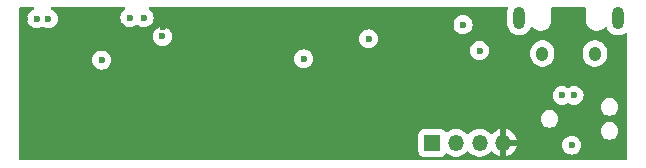
<source format=gbr>
%TF.GenerationSoftware,KiCad,Pcbnew,8.0.9*%
%TF.CreationDate,2025-03-20T13:35:36-07:00*%
%TF.ProjectId,bmbbmcp,626d6262-6d63-4702-9e6b-696361645f70,R1*%
%TF.SameCoordinates,Original*%
%TF.FileFunction,Copper,L3,Inr*%
%TF.FilePolarity,Positive*%
%FSLAX46Y46*%
G04 Gerber Fmt 4.6, Leading zero omitted, Abs format (unit mm)*
G04 Created by KiCad (PCBNEW 8.0.9) date 2025-03-20 13:35:36*
%MOMM*%
%LPD*%
G01*
G04 APERTURE LIST*
%TA.AperFunction,HeatsinkPad*%
%ADD10O,1.000000X1.900000*%
%TD*%
%TA.AperFunction,HeatsinkPad*%
%ADD11O,1.050000X1.250000*%
%TD*%
%TA.AperFunction,ComponentPad*%
%ADD12R,1.350000X1.350000*%
%TD*%
%TA.AperFunction,ComponentPad*%
%ADD13O,1.350000X1.350000*%
%TD*%
%TA.AperFunction,ViaPad*%
%ADD14C,0.600000*%
%TD*%
G04 APERTURE END LIST*
D10*
%TO.N,unconnected-(J1-Shield-Pad6)_5*%
%TO.C,J1*%
X175630000Y-87365000D03*
D11*
%TO.N,unconnected-(J1-Shield-Pad6)_1*%
X173680000Y-90365000D03*
%TO.N,unconnected-(J1-Shield-Pad6)_2*%
X169230000Y-90365000D03*
D10*
%TO.N,unconnected-(J1-Shield-Pad6)*%
X167280000Y-87365000D03*
%TD*%
D12*
%TO.N,+BATT*%
%TO.C,J3*%
X159915000Y-97915000D03*
D13*
%TO.N,+3.3V*%
X161915000Y-97915000D03*
%TO.N,unconnected-(J3-Pin_3-Pad3)*%
X163915000Y-97915000D03*
%TO.N,GND*%
X165915000Y-97915000D03*
%TD*%
D14*
%TO.N,GND*%
X150415000Y-91415000D03*
X161915000Y-91915000D03*
X145915000Y-96415000D03*
X138415000Y-95915000D03*
X161915000Y-88915000D03*
X138415000Y-89915000D03*
X137115000Y-88115000D03*
X172415000Y-91415000D03*
X172915000Y-98415000D03*
X146415000Y-92915000D03*
X161915000Y-93915000D03*
X125415000Y-98415000D03*
X145915000Y-87915000D03*
X125415000Y-87415000D03*
%TO.N,VBUS*%
X137067861Y-88913609D03*
X154515000Y-89115000D03*
%TO.N,/SWCLK*%
X171915000Y-93915000D03*
X126415000Y-87415000D03*
%TO.N,/~{RESET}*%
X171715000Y-98115000D03*
X149015000Y-90815000D03*
X131915000Y-90915000D03*
%TO.N,/SWDIO*%
X170915000Y-93915000D03*
X127415000Y-87415000D03*
%TO.N,/USBD+*%
X134315000Y-87315000D03*
X163915000Y-90115000D03*
%TO.N,/USBD-*%
X162515000Y-87915000D03*
X135515000Y-87315000D03*
%TD*%
%TA.AperFunction,Conductor*%
%TO.N,GND*%
G36*
X126184925Y-86435185D02*
G01*
X126230680Y-86487989D01*
X126240624Y-86557147D01*
X126211599Y-86620703D01*
X126158840Y-86656542D01*
X126065478Y-86689210D01*
X125912737Y-86785184D01*
X125785184Y-86912737D01*
X125689211Y-87065476D01*
X125629631Y-87235745D01*
X125629630Y-87235750D01*
X125609435Y-87414996D01*
X125609435Y-87415003D01*
X125629630Y-87594249D01*
X125629631Y-87594254D01*
X125689211Y-87764523D01*
X125741084Y-87847078D01*
X125785184Y-87917262D01*
X125912738Y-88044816D01*
X126065478Y-88140789D01*
X126163536Y-88175101D01*
X126235745Y-88200368D01*
X126235750Y-88200369D01*
X126414996Y-88220565D01*
X126415000Y-88220565D01*
X126415004Y-88220565D01*
X126594249Y-88200369D01*
X126594252Y-88200368D01*
X126594255Y-88200368D01*
X126764522Y-88140789D01*
X126784496Y-88128239D01*
X126849027Y-88087691D01*
X126916264Y-88068690D01*
X126980973Y-88087691D01*
X127065475Y-88140788D01*
X127235745Y-88200368D01*
X127235750Y-88200369D01*
X127414996Y-88220565D01*
X127415000Y-88220565D01*
X127415004Y-88220565D01*
X127594249Y-88200369D01*
X127594252Y-88200368D01*
X127594255Y-88200368D01*
X127764522Y-88140789D01*
X127917262Y-88044816D01*
X128044816Y-87917262D01*
X128140789Y-87764522D01*
X128200368Y-87594255D01*
X128201844Y-87581154D01*
X128220565Y-87415003D01*
X128220565Y-87414996D01*
X128200369Y-87235750D01*
X128200368Y-87235745D01*
X128140788Y-87065476D01*
X128077955Y-86965478D01*
X128044816Y-86912738D01*
X127917262Y-86785184D01*
X127849027Y-86742309D01*
X127764521Y-86689210D01*
X127671160Y-86656542D01*
X127614383Y-86615820D01*
X127588636Y-86550867D01*
X127602092Y-86482306D01*
X127650479Y-86431903D01*
X127712114Y-86415500D01*
X133811524Y-86415500D01*
X133878563Y-86435185D01*
X133924318Y-86487989D01*
X133934262Y-86557147D01*
X133905237Y-86620703D01*
X133877496Y-86644494D01*
X133812737Y-86685184D01*
X133685184Y-86812737D01*
X133589211Y-86965476D01*
X133529631Y-87135745D01*
X133529630Y-87135750D01*
X133509435Y-87314996D01*
X133509435Y-87315003D01*
X133529630Y-87494249D01*
X133529631Y-87494254D01*
X133589211Y-87664523D01*
X133649177Y-87759958D01*
X133685184Y-87817262D01*
X133812738Y-87944816D01*
X133965478Y-88040789D01*
X134077457Y-88079972D01*
X134135745Y-88100368D01*
X134135750Y-88100369D01*
X134314996Y-88120565D01*
X134315000Y-88120565D01*
X134315004Y-88120565D01*
X134494249Y-88100369D01*
X134494252Y-88100368D01*
X134494255Y-88100368D01*
X134664522Y-88040789D01*
X134817262Y-87944816D01*
X134827319Y-87934759D01*
X134888642Y-87901274D01*
X134958334Y-87906258D01*
X135002681Y-87934759D01*
X135012738Y-87944816D01*
X135165478Y-88040789D01*
X135277457Y-88079972D01*
X135335745Y-88100368D01*
X135335750Y-88100369D01*
X135514996Y-88120565D01*
X135515000Y-88120565D01*
X135515004Y-88120565D01*
X135694249Y-88100369D01*
X135694252Y-88100368D01*
X135694255Y-88100368D01*
X135864522Y-88040789D01*
X136017262Y-87944816D01*
X136047082Y-87914996D01*
X161709435Y-87914996D01*
X161709435Y-87915003D01*
X161729630Y-88094249D01*
X161729631Y-88094254D01*
X161789211Y-88264523D01*
X161861729Y-88379934D01*
X161885184Y-88417262D01*
X162012738Y-88544816D01*
X162043408Y-88564087D01*
X162137152Y-88622991D01*
X162165478Y-88640789D01*
X162256320Y-88672576D01*
X162335745Y-88700368D01*
X162335750Y-88700369D01*
X162514996Y-88720565D01*
X162515000Y-88720565D01*
X162515004Y-88720565D01*
X162694249Y-88700369D01*
X162694252Y-88700368D01*
X162694255Y-88700368D01*
X162864522Y-88640789D01*
X163017262Y-88544816D01*
X163144816Y-88417262D01*
X163240789Y-88264522D01*
X163300368Y-88094255D01*
X163301977Y-88079975D01*
X163320565Y-87915003D01*
X163320565Y-87914996D01*
X163300369Y-87735750D01*
X163300368Y-87735745D01*
X163275446Y-87664522D01*
X163240789Y-87565478D01*
X163144816Y-87412738D01*
X163017262Y-87285184D01*
X162864523Y-87189211D01*
X162694254Y-87129631D01*
X162694249Y-87129630D01*
X162515004Y-87109435D01*
X162514996Y-87109435D01*
X162335750Y-87129630D01*
X162335745Y-87129631D01*
X162165476Y-87189211D01*
X162012737Y-87285184D01*
X161885184Y-87412737D01*
X161789211Y-87565476D01*
X161729631Y-87735745D01*
X161729630Y-87735750D01*
X161709435Y-87914996D01*
X136047082Y-87914996D01*
X136144816Y-87817262D01*
X136240789Y-87664522D01*
X136300368Y-87494255D01*
X136300369Y-87494249D01*
X136320565Y-87315003D01*
X136320565Y-87314996D01*
X136300369Y-87135750D01*
X136300368Y-87135745D01*
X136291162Y-87109435D01*
X136240789Y-86965478D01*
X136144816Y-86812738D01*
X136017262Y-86685184D01*
X135952503Y-86644493D01*
X135906213Y-86592159D01*
X135895565Y-86523106D01*
X135923940Y-86459257D01*
X135982330Y-86420885D01*
X136018476Y-86415500D01*
X166218387Y-86415500D01*
X166285426Y-86435185D01*
X166331181Y-86487989D01*
X166341125Y-86557147D01*
X166332949Y-86586951D01*
X166317949Y-86623165D01*
X166317947Y-86623170D01*
X166279500Y-86816456D01*
X166279500Y-86816459D01*
X166279500Y-87913541D01*
X166279500Y-87913543D01*
X166279499Y-87913543D01*
X166317947Y-88106829D01*
X166317950Y-88106839D01*
X166393364Y-88288907D01*
X166393371Y-88288920D01*
X166502860Y-88452781D01*
X166502863Y-88452785D01*
X166642214Y-88592136D01*
X166642218Y-88592139D01*
X166806079Y-88701628D01*
X166806092Y-88701635D01*
X166960220Y-88765476D01*
X166988165Y-88777051D01*
X166988169Y-88777051D01*
X166988170Y-88777052D01*
X167181456Y-88815500D01*
X167181459Y-88815500D01*
X167378543Y-88815500D01*
X167508582Y-88789632D01*
X167571835Y-88777051D01*
X167753914Y-88701632D01*
X167917782Y-88592139D01*
X168057139Y-88452782D01*
X168166632Y-88288914D01*
X168213776Y-88175097D01*
X168257614Y-88120698D01*
X168323908Y-88098632D01*
X168391607Y-88115911D01*
X168416016Y-88134872D01*
X168490024Y-88208880D01*
X168490032Y-88208886D01*
X168641608Y-88310166D01*
X168641612Y-88310168D01*
X168810037Y-88379931D01*
X168810042Y-88379933D01*
X168810046Y-88379933D01*
X168810047Y-88379934D01*
X168988843Y-88415500D01*
X168988846Y-88415500D01*
X169171156Y-88415500D01*
X169303315Y-88389211D01*
X169349958Y-88379933D01*
X169471396Y-88329632D01*
X169518387Y-88310168D01*
X169518391Y-88310166D01*
X169593672Y-88259864D01*
X169669972Y-88208883D01*
X169798883Y-88079972D01*
X169900167Y-87928389D01*
X169906317Y-87913543D01*
X169968042Y-87764523D01*
X169969933Y-87759958D01*
X170002894Y-87594255D01*
X170005500Y-87581156D01*
X170005500Y-86539500D01*
X170025185Y-86472461D01*
X170077989Y-86426706D01*
X170129500Y-86415500D01*
X172780500Y-86415500D01*
X172847539Y-86435185D01*
X172893294Y-86487989D01*
X172904500Y-86539500D01*
X172904500Y-87424108D01*
X172904500Y-87490000D01*
X172904500Y-87581154D01*
X172904500Y-87581156D01*
X172904499Y-87581156D01*
X172940065Y-87759952D01*
X172940068Y-87759962D01*
X173009831Y-87928387D01*
X173009833Y-87928391D01*
X173111113Y-88079967D01*
X173111119Y-88079975D01*
X173240024Y-88208880D01*
X173240032Y-88208886D01*
X173391608Y-88310166D01*
X173391612Y-88310168D01*
X173560037Y-88379931D01*
X173560042Y-88379933D01*
X173560046Y-88379933D01*
X173560047Y-88379934D01*
X173738843Y-88415500D01*
X173738846Y-88415500D01*
X173921156Y-88415500D01*
X174053315Y-88389211D01*
X174099958Y-88379933D01*
X174221396Y-88329632D01*
X174268387Y-88310168D01*
X174268391Y-88310166D01*
X174343672Y-88259864D01*
X174419972Y-88208883D01*
X174493984Y-88134870D01*
X174555305Y-88101387D01*
X174624997Y-88106371D01*
X174680931Y-88148242D01*
X174696225Y-88175101D01*
X174743364Y-88288907D01*
X174743371Y-88288920D01*
X174852860Y-88452781D01*
X174852863Y-88452785D01*
X174992214Y-88592136D01*
X174992218Y-88592139D01*
X175156079Y-88701628D01*
X175156092Y-88701635D01*
X175310220Y-88765476D01*
X175338165Y-88777051D01*
X175338169Y-88777051D01*
X175338170Y-88777052D01*
X175531456Y-88815500D01*
X175531459Y-88815500D01*
X175728543Y-88815500D01*
X175858582Y-88789632D01*
X175921835Y-88777051D01*
X176103914Y-88701632D01*
X176105806Y-88700368D01*
X176221609Y-88622991D01*
X176288286Y-88602113D01*
X176355667Y-88620597D01*
X176402357Y-88672576D01*
X176414500Y-88726093D01*
X176414500Y-99290500D01*
X176394815Y-99357539D01*
X176342011Y-99403294D01*
X176290500Y-99414500D01*
X125039000Y-99414500D01*
X124971961Y-99394815D01*
X124926206Y-99342011D01*
X124915000Y-99290500D01*
X124915000Y-97192135D01*
X158739500Y-97192135D01*
X158739500Y-98637870D01*
X158739501Y-98637876D01*
X158745908Y-98697483D01*
X158796202Y-98832328D01*
X158796206Y-98832335D01*
X158882452Y-98947544D01*
X158882455Y-98947547D01*
X158997664Y-99033793D01*
X158997671Y-99033797D01*
X159132517Y-99084091D01*
X159132516Y-99084091D01*
X159139444Y-99084835D01*
X159192127Y-99090500D01*
X160637872Y-99090499D01*
X160697483Y-99084091D01*
X160832331Y-99033796D01*
X160947546Y-98947546D01*
X161009785Y-98864404D01*
X161065718Y-98822535D01*
X161135410Y-98817551D01*
X161192588Y-98847078D01*
X161203568Y-98857088D01*
X161203570Y-98857089D01*
X161203571Y-98857090D01*
X161388786Y-98971770D01*
X161388792Y-98971773D01*
X161411664Y-98980633D01*
X161591931Y-99050470D01*
X161806074Y-99090500D01*
X161806076Y-99090500D01*
X162023924Y-99090500D01*
X162023926Y-99090500D01*
X162238069Y-99050470D01*
X162441210Y-98971772D01*
X162626432Y-98857088D01*
X162787427Y-98710322D01*
X162816047Y-98672422D01*
X162872153Y-98630787D01*
X162941865Y-98626094D01*
X163003048Y-98659836D01*
X163013946Y-98672414D01*
X163042573Y-98710322D01*
X163203568Y-98857088D01*
X163203575Y-98857092D01*
X163203576Y-98857093D01*
X163388786Y-98971770D01*
X163388792Y-98971773D01*
X163411664Y-98980633D01*
X163591931Y-99050470D01*
X163806074Y-99090500D01*
X163806076Y-99090500D01*
X164023924Y-99090500D01*
X164023926Y-99090500D01*
X164238069Y-99050470D01*
X164441210Y-98971772D01*
X164626432Y-98857088D01*
X164787427Y-98710322D01*
X164816359Y-98672009D01*
X164872465Y-98630373D01*
X164942177Y-98625680D01*
X165003360Y-98659421D01*
X165014267Y-98672009D01*
X165042942Y-98709981D01*
X165042949Y-98709989D01*
X165203868Y-98856685D01*
X165389012Y-98971322D01*
X165389023Y-98971327D01*
X165592060Y-99049984D01*
X165665000Y-99063619D01*
X165665000Y-98230686D01*
X165669394Y-98235080D01*
X165760606Y-98287741D01*
X165862339Y-98315000D01*
X165967661Y-98315000D01*
X166069394Y-98287741D01*
X166160606Y-98235080D01*
X166165000Y-98230686D01*
X166165000Y-99063619D01*
X166237939Y-99049984D01*
X166440976Y-98971327D01*
X166440987Y-98971322D01*
X166626130Y-98856685D01*
X166626131Y-98856685D01*
X166787054Y-98709985D01*
X166918284Y-98536208D01*
X167015348Y-98341280D01*
X167065505Y-98165000D01*
X166230686Y-98165000D01*
X166235080Y-98160606D01*
X166261413Y-98114996D01*
X170909435Y-98114996D01*
X170909435Y-98115003D01*
X170929630Y-98294249D01*
X170929631Y-98294254D01*
X170989211Y-98464523D01*
X171085184Y-98617262D01*
X171212738Y-98744816D01*
X171303080Y-98801582D01*
X171352023Y-98832335D01*
X171365478Y-98840789D01*
X171432972Y-98864406D01*
X171535745Y-98900368D01*
X171535750Y-98900369D01*
X171714996Y-98920565D01*
X171715000Y-98920565D01*
X171715004Y-98920565D01*
X171894249Y-98900369D01*
X171894252Y-98900368D01*
X171894255Y-98900368D01*
X172064522Y-98840789D01*
X172217262Y-98744816D01*
X172344816Y-98617262D01*
X172440789Y-98464522D01*
X172500368Y-98294255D01*
X172501102Y-98287741D01*
X172520565Y-98115003D01*
X172520565Y-98114996D01*
X172500369Y-97935750D01*
X172500368Y-97935745D01*
X172440788Y-97765476D01*
X172375015Y-97660799D01*
X172344816Y-97612738D01*
X172217262Y-97485184D01*
X172064523Y-97389211D01*
X171894254Y-97329631D01*
X171894249Y-97329630D01*
X171715004Y-97309435D01*
X171714996Y-97309435D01*
X171535750Y-97329630D01*
X171535745Y-97329631D01*
X171365476Y-97389211D01*
X171212737Y-97485184D01*
X171085184Y-97612737D01*
X170989211Y-97765476D01*
X170929631Y-97935745D01*
X170929630Y-97935750D01*
X170909435Y-98114996D01*
X166261413Y-98114996D01*
X166287741Y-98069394D01*
X166315000Y-97967661D01*
X166315000Y-97862339D01*
X166287741Y-97760606D01*
X166235080Y-97669394D01*
X166230686Y-97665000D01*
X167065505Y-97665000D01*
X167065505Y-97664999D01*
X167015348Y-97488719D01*
X166918284Y-97293791D01*
X166787054Y-97120014D01*
X166626131Y-96973314D01*
X166440987Y-96858677D01*
X166440985Y-96858676D01*
X166396752Y-96841540D01*
X174169200Y-96841540D01*
X174169200Y-96988459D01*
X174197858Y-97132534D01*
X174197861Y-97132544D01*
X174254078Y-97268266D01*
X174254083Y-97268275D01*
X174335698Y-97390419D01*
X174335701Y-97390423D01*
X174439576Y-97494298D01*
X174439580Y-97494301D01*
X174561724Y-97575916D01*
X174561730Y-97575919D01*
X174561731Y-97575920D01*
X174697458Y-97632140D01*
X174841540Y-97660799D01*
X174841544Y-97660800D01*
X174841545Y-97660800D01*
X174988456Y-97660800D01*
X174988457Y-97660799D01*
X175132542Y-97632140D01*
X175268269Y-97575920D01*
X175390420Y-97494301D01*
X175494301Y-97390420D01*
X175575920Y-97268269D01*
X175632140Y-97132542D01*
X175660800Y-96988455D01*
X175660800Y-96841545D01*
X175632140Y-96697458D01*
X175575920Y-96561731D01*
X175575919Y-96561730D01*
X175575916Y-96561724D01*
X175494301Y-96439580D01*
X175494298Y-96439576D01*
X175390423Y-96335701D01*
X175390419Y-96335698D01*
X175268275Y-96254083D01*
X175268266Y-96254078D01*
X175132544Y-96197861D01*
X175132545Y-96197861D01*
X175132542Y-96197860D01*
X175132538Y-96197859D01*
X175132534Y-96197858D01*
X174988459Y-96169200D01*
X174988455Y-96169200D01*
X174841545Y-96169200D01*
X174841540Y-96169200D01*
X174697465Y-96197858D01*
X174697455Y-96197861D01*
X174561733Y-96254078D01*
X174561724Y-96254083D01*
X174439580Y-96335698D01*
X174439576Y-96335701D01*
X174335701Y-96439576D01*
X174335698Y-96439580D01*
X174254083Y-96561724D01*
X174254078Y-96561733D01*
X174197861Y-96697455D01*
X174197858Y-96697465D01*
X174169200Y-96841540D01*
X166396752Y-96841540D01*
X166237931Y-96780013D01*
X166237921Y-96780010D01*
X166165001Y-96766378D01*
X166165000Y-96766379D01*
X166165000Y-97599314D01*
X166160606Y-97594920D01*
X166069394Y-97542259D01*
X165967661Y-97515000D01*
X165862339Y-97515000D01*
X165760606Y-97542259D01*
X165669394Y-97594920D01*
X165665000Y-97599314D01*
X165665000Y-96766379D01*
X165664998Y-96766378D01*
X165592078Y-96780010D01*
X165592068Y-96780013D01*
X165389014Y-96858676D01*
X165389012Y-96858677D01*
X165203869Y-96973314D01*
X165203868Y-96973314D01*
X165042945Y-97120014D01*
X165014267Y-97157990D01*
X164958157Y-97199626D01*
X164888445Y-97204317D01*
X164827264Y-97170575D01*
X164816359Y-97157990D01*
X164797135Y-97132534D01*
X164787427Y-97119678D01*
X164760016Y-97094690D01*
X164670996Y-97013537D01*
X164626432Y-96972912D01*
X164626428Y-96972909D01*
X164626423Y-96972906D01*
X164441213Y-96858229D01*
X164441207Y-96858226D01*
X164356113Y-96825260D01*
X164238069Y-96779530D01*
X164023926Y-96739500D01*
X163806074Y-96739500D01*
X163591931Y-96779530D01*
X163548896Y-96796202D01*
X163388792Y-96858226D01*
X163388786Y-96858229D01*
X163203576Y-96972906D01*
X163203566Y-96972913D01*
X163042573Y-97119676D01*
X163013953Y-97157576D01*
X162957844Y-97199211D01*
X162888132Y-97203902D01*
X162826950Y-97170159D01*
X162816047Y-97157576D01*
X162787426Y-97119676D01*
X162626433Y-96972913D01*
X162626423Y-96972906D01*
X162441213Y-96858229D01*
X162441207Y-96858226D01*
X162356113Y-96825260D01*
X162238069Y-96779530D01*
X162023926Y-96739500D01*
X161806074Y-96739500D01*
X161591931Y-96779530D01*
X161548896Y-96796202D01*
X161388792Y-96858226D01*
X161388786Y-96858229D01*
X161203565Y-96972913D01*
X161192585Y-96982923D01*
X161129780Y-97013537D01*
X161060393Y-97005336D01*
X161009785Y-96965594D01*
X160983848Y-96930948D01*
X160947546Y-96882454D01*
X160947544Y-96882453D01*
X160947544Y-96882452D01*
X160832335Y-96796206D01*
X160832328Y-96796202D01*
X160697482Y-96745908D01*
X160697483Y-96745908D01*
X160637883Y-96739501D01*
X160637881Y-96739500D01*
X160637873Y-96739500D01*
X160637864Y-96739500D01*
X159192129Y-96739500D01*
X159192123Y-96739501D01*
X159132516Y-96745908D01*
X158997671Y-96796202D01*
X158997664Y-96796206D01*
X158882455Y-96882452D01*
X158882452Y-96882455D01*
X158796206Y-96997664D01*
X158796202Y-96997671D01*
X158745908Y-97132517D01*
X158739501Y-97192116D01*
X158739500Y-97192135D01*
X124915000Y-97192135D01*
X124915000Y-95825540D01*
X169089200Y-95825540D01*
X169089200Y-95972459D01*
X169117858Y-96116534D01*
X169117861Y-96116544D01*
X169174078Y-96252266D01*
X169174083Y-96252275D01*
X169255698Y-96374419D01*
X169255701Y-96374423D01*
X169359576Y-96478298D01*
X169359580Y-96478301D01*
X169481724Y-96559916D01*
X169481730Y-96559919D01*
X169481731Y-96559920D01*
X169617458Y-96616140D01*
X169761540Y-96644799D01*
X169761544Y-96644800D01*
X169761545Y-96644800D01*
X169908456Y-96644800D01*
X169908457Y-96644799D01*
X170052542Y-96616140D01*
X170188269Y-96559920D01*
X170310420Y-96478301D01*
X170414301Y-96374420D01*
X170495920Y-96252269D01*
X170552140Y-96116542D01*
X170580800Y-95972455D01*
X170580800Y-95825545D01*
X170552140Y-95681458D01*
X170495920Y-95545731D01*
X170495919Y-95545730D01*
X170495916Y-95545724D01*
X170414301Y-95423580D01*
X170414298Y-95423576D01*
X170310423Y-95319701D01*
X170310419Y-95319698D01*
X170188275Y-95238083D01*
X170188266Y-95238078D01*
X170052544Y-95181861D01*
X170052545Y-95181861D01*
X170052542Y-95181860D01*
X170052538Y-95181859D01*
X170052534Y-95181858D01*
X169908459Y-95153200D01*
X169908455Y-95153200D01*
X169761545Y-95153200D01*
X169761540Y-95153200D01*
X169617465Y-95181858D01*
X169617455Y-95181861D01*
X169481733Y-95238078D01*
X169481724Y-95238083D01*
X169359580Y-95319698D01*
X169359576Y-95319701D01*
X169255701Y-95423576D01*
X169255698Y-95423580D01*
X169174083Y-95545724D01*
X169174078Y-95545733D01*
X169117861Y-95681455D01*
X169117858Y-95681465D01*
X169089200Y-95825540D01*
X124915000Y-95825540D01*
X124915000Y-94809540D01*
X174169200Y-94809540D01*
X174169200Y-94956459D01*
X174197858Y-95100534D01*
X174197861Y-95100544D01*
X174254078Y-95236266D01*
X174254083Y-95236275D01*
X174335698Y-95358419D01*
X174335701Y-95358423D01*
X174439576Y-95462298D01*
X174439580Y-95462301D01*
X174561724Y-95543916D01*
X174561730Y-95543919D01*
X174561731Y-95543920D01*
X174697458Y-95600140D01*
X174841540Y-95628799D01*
X174841544Y-95628800D01*
X174841545Y-95628800D01*
X174988456Y-95628800D01*
X174988457Y-95628799D01*
X175132542Y-95600140D01*
X175268269Y-95543920D01*
X175390420Y-95462301D01*
X175494301Y-95358420D01*
X175575920Y-95236269D01*
X175632140Y-95100542D01*
X175660800Y-94956455D01*
X175660800Y-94809545D01*
X175632140Y-94665458D01*
X175575920Y-94529731D01*
X175575919Y-94529730D01*
X175575916Y-94529724D01*
X175494301Y-94407580D01*
X175494298Y-94407576D01*
X175390423Y-94303701D01*
X175390419Y-94303698D01*
X175268275Y-94222083D01*
X175268266Y-94222078D01*
X175132544Y-94165861D01*
X175132545Y-94165861D01*
X175132542Y-94165860D01*
X175132538Y-94165859D01*
X175132534Y-94165858D01*
X174988459Y-94137200D01*
X174988455Y-94137200D01*
X174841545Y-94137200D01*
X174841540Y-94137200D01*
X174697465Y-94165858D01*
X174697455Y-94165861D01*
X174561733Y-94222078D01*
X174561724Y-94222083D01*
X174439580Y-94303698D01*
X174439576Y-94303701D01*
X174335701Y-94407576D01*
X174335698Y-94407580D01*
X174254083Y-94529724D01*
X174254078Y-94529733D01*
X174197861Y-94665455D01*
X174197858Y-94665465D01*
X174169200Y-94809540D01*
X124915000Y-94809540D01*
X124915000Y-93914996D01*
X170109435Y-93914996D01*
X170109435Y-93915003D01*
X170129630Y-94094249D01*
X170129631Y-94094254D01*
X170189211Y-94264523D01*
X170279098Y-94407576D01*
X170285184Y-94417262D01*
X170412738Y-94544816D01*
X170565478Y-94640789D01*
X170635978Y-94665458D01*
X170735745Y-94700368D01*
X170735750Y-94700369D01*
X170914996Y-94720565D01*
X170915000Y-94720565D01*
X170915004Y-94720565D01*
X171094249Y-94700369D01*
X171094252Y-94700368D01*
X171094255Y-94700368D01*
X171264522Y-94640789D01*
X171349027Y-94587691D01*
X171416264Y-94568690D01*
X171480973Y-94587691D01*
X171565475Y-94640788D01*
X171735745Y-94700368D01*
X171735750Y-94700369D01*
X171914996Y-94720565D01*
X171915000Y-94720565D01*
X171915004Y-94720565D01*
X172094249Y-94700369D01*
X172094252Y-94700368D01*
X172094255Y-94700368D01*
X172264522Y-94640789D01*
X172417262Y-94544816D01*
X172544816Y-94417262D01*
X172640789Y-94264522D01*
X172700368Y-94094255D01*
X172720565Y-93915000D01*
X172700368Y-93735745D01*
X172640789Y-93565478D01*
X172544816Y-93412738D01*
X172417262Y-93285184D01*
X172349027Y-93242309D01*
X172264523Y-93189211D01*
X172094254Y-93129631D01*
X172094249Y-93129630D01*
X171915004Y-93109435D01*
X171914996Y-93109435D01*
X171735750Y-93129630D01*
X171735737Y-93129633D01*
X171565479Y-93189209D01*
X171480971Y-93242309D01*
X171413734Y-93261309D01*
X171349029Y-93242309D01*
X171264520Y-93189209D01*
X171094262Y-93129633D01*
X171094249Y-93129630D01*
X170915004Y-93109435D01*
X170914996Y-93109435D01*
X170735750Y-93129630D01*
X170735745Y-93129631D01*
X170565476Y-93189211D01*
X170412737Y-93285184D01*
X170285184Y-93412737D01*
X170189211Y-93565476D01*
X170129631Y-93735745D01*
X170129630Y-93735750D01*
X170109435Y-93914996D01*
X124915000Y-93914996D01*
X124915000Y-90914996D01*
X131109435Y-90914996D01*
X131109435Y-90915003D01*
X131129630Y-91094249D01*
X131129631Y-91094254D01*
X131189211Y-91264523D01*
X131257866Y-91373786D01*
X131285184Y-91417262D01*
X131412738Y-91544816D01*
X131565478Y-91640789D01*
X131735745Y-91700368D01*
X131735750Y-91700369D01*
X131914996Y-91720565D01*
X131915000Y-91720565D01*
X131915004Y-91720565D01*
X132094249Y-91700369D01*
X132094252Y-91700368D01*
X132094255Y-91700368D01*
X132264522Y-91640789D01*
X132417262Y-91544816D01*
X132544816Y-91417262D01*
X132640789Y-91264522D01*
X132700368Y-91094255D01*
X132700369Y-91094249D01*
X132720565Y-90915003D01*
X132720565Y-90914996D01*
X132709298Y-90814996D01*
X148209435Y-90814996D01*
X148209435Y-90815003D01*
X148229630Y-90994249D01*
X148229631Y-90994254D01*
X148289211Y-91164523D01*
X148350183Y-91261558D01*
X148385184Y-91317262D01*
X148512738Y-91444816D01*
X148665478Y-91540789D01*
X148676984Y-91544815D01*
X148835745Y-91600368D01*
X148835750Y-91600369D01*
X149014996Y-91620565D01*
X149015000Y-91620565D01*
X149015004Y-91620565D01*
X149194249Y-91600369D01*
X149194252Y-91600368D01*
X149194255Y-91600368D01*
X149364522Y-91540789D01*
X149517262Y-91444816D01*
X149644816Y-91317262D01*
X149740789Y-91164522D01*
X149800368Y-90994255D01*
X149800369Y-90994249D01*
X149820565Y-90815003D01*
X149820565Y-90814996D01*
X149800369Y-90635750D01*
X149800368Y-90635745D01*
X149740789Y-90465478D01*
X149740188Y-90464522D01*
X149644815Y-90312737D01*
X149517262Y-90185184D01*
X149405559Y-90114996D01*
X163109435Y-90114996D01*
X163109435Y-90115003D01*
X163129630Y-90294249D01*
X163129631Y-90294254D01*
X163189211Y-90464523D01*
X163252646Y-90565478D01*
X163285184Y-90617262D01*
X163412738Y-90744816D01*
X163565478Y-90840789D01*
X163735745Y-90900368D01*
X163735750Y-90900369D01*
X163914996Y-90920565D01*
X163915000Y-90920565D01*
X163915004Y-90920565D01*
X164094249Y-90900369D01*
X164094252Y-90900368D01*
X164094255Y-90900368D01*
X164264522Y-90840789D01*
X164417262Y-90744816D01*
X164544816Y-90617262D01*
X164640789Y-90464522D01*
X164700368Y-90294255D01*
X164712204Y-90189211D01*
X164715045Y-90163992D01*
X168204500Y-90163992D01*
X168204500Y-90566007D01*
X168243907Y-90764119D01*
X168243909Y-90764127D01*
X168321212Y-90950752D01*
X168321217Y-90950762D01*
X168433441Y-91118718D01*
X168576281Y-91261558D01*
X168744237Y-91373782D01*
X168744241Y-91373784D01*
X168744244Y-91373786D01*
X168930873Y-91451091D01*
X169128992Y-91490499D01*
X169128996Y-91490500D01*
X169128997Y-91490500D01*
X169331004Y-91490500D01*
X169331005Y-91490499D01*
X169529127Y-91451091D01*
X169715756Y-91373786D01*
X169883718Y-91261558D01*
X170026558Y-91118718D01*
X170138786Y-90950756D01*
X170216091Y-90764127D01*
X170255500Y-90566003D01*
X170255500Y-90163997D01*
X170255499Y-90163992D01*
X172654500Y-90163992D01*
X172654500Y-90566007D01*
X172693907Y-90764119D01*
X172693909Y-90764127D01*
X172771212Y-90950752D01*
X172771217Y-90950762D01*
X172883441Y-91118718D01*
X173026281Y-91261558D01*
X173194237Y-91373782D01*
X173194241Y-91373784D01*
X173194244Y-91373786D01*
X173380873Y-91451091D01*
X173578992Y-91490499D01*
X173578996Y-91490500D01*
X173578997Y-91490500D01*
X173781004Y-91490500D01*
X173781005Y-91490499D01*
X173979127Y-91451091D01*
X174165756Y-91373786D01*
X174333718Y-91261558D01*
X174476558Y-91118718D01*
X174588786Y-90950756D01*
X174666091Y-90764127D01*
X174705500Y-90566003D01*
X174705500Y-90163997D01*
X174666091Y-89965873D01*
X174588786Y-89779244D01*
X174588784Y-89779241D01*
X174588782Y-89779237D01*
X174476558Y-89611281D01*
X174333718Y-89468441D01*
X174165762Y-89356217D01*
X174165752Y-89356212D01*
X173979127Y-89278909D01*
X173979119Y-89278907D01*
X173781007Y-89239500D01*
X173781003Y-89239500D01*
X173578997Y-89239500D01*
X173578992Y-89239500D01*
X173380880Y-89278907D01*
X173380872Y-89278909D01*
X173194247Y-89356212D01*
X173194237Y-89356217D01*
X173026281Y-89468441D01*
X172883441Y-89611281D01*
X172771217Y-89779237D01*
X172771212Y-89779247D01*
X172693909Y-89965872D01*
X172693907Y-89965880D01*
X172654500Y-90163992D01*
X170255499Y-90163992D01*
X170216091Y-89965873D01*
X170138786Y-89779244D01*
X170138784Y-89779241D01*
X170138782Y-89779237D01*
X170026558Y-89611281D01*
X169883718Y-89468441D01*
X169715762Y-89356217D01*
X169715752Y-89356212D01*
X169529127Y-89278909D01*
X169529119Y-89278907D01*
X169331007Y-89239500D01*
X169331003Y-89239500D01*
X169128997Y-89239500D01*
X169128992Y-89239500D01*
X168930880Y-89278907D01*
X168930872Y-89278909D01*
X168744247Y-89356212D01*
X168744237Y-89356217D01*
X168576281Y-89468441D01*
X168433441Y-89611281D01*
X168321217Y-89779237D01*
X168321212Y-89779247D01*
X168243909Y-89965872D01*
X168243907Y-89965880D01*
X168204500Y-90163992D01*
X164715045Y-90163992D01*
X164720565Y-90115003D01*
X164720565Y-90114996D01*
X164700369Y-89935750D01*
X164700368Y-89935745D01*
X164640788Y-89765476D01*
X164599004Y-89698977D01*
X164544816Y-89612738D01*
X164417262Y-89485184D01*
X164384379Y-89464522D01*
X164264523Y-89389211D01*
X164094254Y-89329631D01*
X164094249Y-89329630D01*
X163915004Y-89309435D01*
X163914996Y-89309435D01*
X163735750Y-89329630D01*
X163735745Y-89329631D01*
X163565476Y-89389211D01*
X163412737Y-89485184D01*
X163285184Y-89612737D01*
X163189211Y-89765476D01*
X163129631Y-89935745D01*
X163129630Y-89935750D01*
X163109435Y-90114996D01*
X149405559Y-90114996D01*
X149364523Y-90089211D01*
X149194254Y-90029631D01*
X149194249Y-90029630D01*
X149015004Y-90009435D01*
X149014996Y-90009435D01*
X148835750Y-90029630D01*
X148835745Y-90029631D01*
X148665476Y-90089211D01*
X148512737Y-90185184D01*
X148385184Y-90312737D01*
X148289211Y-90465476D01*
X148229631Y-90635745D01*
X148229630Y-90635750D01*
X148209435Y-90814996D01*
X132709298Y-90814996D01*
X132700369Y-90735750D01*
X132700368Y-90735745D01*
X132640973Y-90566004D01*
X132640789Y-90565478D01*
X132544816Y-90412738D01*
X132417262Y-90285184D01*
X132264523Y-90189211D01*
X132094254Y-90129631D01*
X132094249Y-90129630D01*
X131915004Y-90109435D01*
X131914996Y-90109435D01*
X131735750Y-90129630D01*
X131735745Y-90129631D01*
X131565476Y-90189211D01*
X131412737Y-90285184D01*
X131285184Y-90412737D01*
X131189211Y-90565476D01*
X131129631Y-90735745D01*
X131129630Y-90735750D01*
X131109435Y-90914996D01*
X124915000Y-90914996D01*
X124915000Y-88913605D01*
X136262296Y-88913605D01*
X136262296Y-88913612D01*
X136282491Y-89092858D01*
X136282492Y-89092863D01*
X136342072Y-89263132D01*
X136400560Y-89356214D01*
X136438045Y-89415871D01*
X136565599Y-89543425D01*
X136718339Y-89639398D01*
X136888606Y-89698977D01*
X136888611Y-89698978D01*
X137067857Y-89719174D01*
X137067861Y-89719174D01*
X137067865Y-89719174D01*
X137247110Y-89698978D01*
X137247113Y-89698977D01*
X137247116Y-89698977D01*
X137417383Y-89639398D01*
X137570123Y-89543425D01*
X137697677Y-89415871D01*
X137793650Y-89263131D01*
X137845485Y-89114996D01*
X153709435Y-89114996D01*
X153709435Y-89115003D01*
X153729630Y-89294249D01*
X153729631Y-89294254D01*
X153789211Y-89464523D01*
X153882341Y-89612737D01*
X153885184Y-89617262D01*
X154012738Y-89744816D01*
X154165478Y-89840789D01*
X154335745Y-89900368D01*
X154335750Y-89900369D01*
X154514996Y-89920565D01*
X154515000Y-89920565D01*
X154515004Y-89920565D01*
X154694249Y-89900369D01*
X154694252Y-89900368D01*
X154694255Y-89900368D01*
X154864522Y-89840789D01*
X155017262Y-89744816D01*
X155144816Y-89617262D01*
X155240789Y-89464522D01*
X155300368Y-89294255D01*
X155302097Y-89278909D01*
X155320565Y-89115003D01*
X155320565Y-89114996D01*
X155300369Y-88935750D01*
X155300368Y-88935745D01*
X155244839Y-88777052D01*
X155240789Y-88765478D01*
X155221232Y-88734354D01*
X155182415Y-88672576D01*
X155144816Y-88612738D01*
X155017262Y-88485184D01*
X154864523Y-88389211D01*
X154694254Y-88329631D01*
X154694249Y-88329630D01*
X154515004Y-88309435D01*
X154514996Y-88309435D01*
X154335750Y-88329630D01*
X154335745Y-88329631D01*
X154165476Y-88389211D01*
X154012737Y-88485184D01*
X153885184Y-88612737D01*
X153789211Y-88765476D01*
X153729631Y-88935745D01*
X153729630Y-88935750D01*
X153709435Y-89114996D01*
X137845485Y-89114996D01*
X137853229Y-89092864D01*
X137853230Y-89092858D01*
X137873426Y-88913612D01*
X137873426Y-88913605D01*
X137853230Y-88734359D01*
X137853229Y-88734354D01*
X137793649Y-88564085D01*
X137716790Y-88441765D01*
X137697677Y-88411347D01*
X137570123Y-88283793D01*
X137539455Y-88264523D01*
X137417384Y-88187820D01*
X137247115Y-88128240D01*
X137247110Y-88128239D01*
X137067865Y-88108044D01*
X137067857Y-88108044D01*
X136888611Y-88128239D01*
X136888606Y-88128240D01*
X136718337Y-88187820D01*
X136565598Y-88283793D01*
X136438045Y-88411346D01*
X136342072Y-88564085D01*
X136282492Y-88734354D01*
X136282491Y-88734359D01*
X136262296Y-88913605D01*
X124915000Y-88913605D01*
X124915000Y-86539500D01*
X124934685Y-86472461D01*
X124987489Y-86426706D01*
X125039000Y-86415500D01*
X126117886Y-86415500D01*
X126184925Y-86435185D01*
G37*
%TD.AperFunction*%
%TD*%
M02*

</source>
